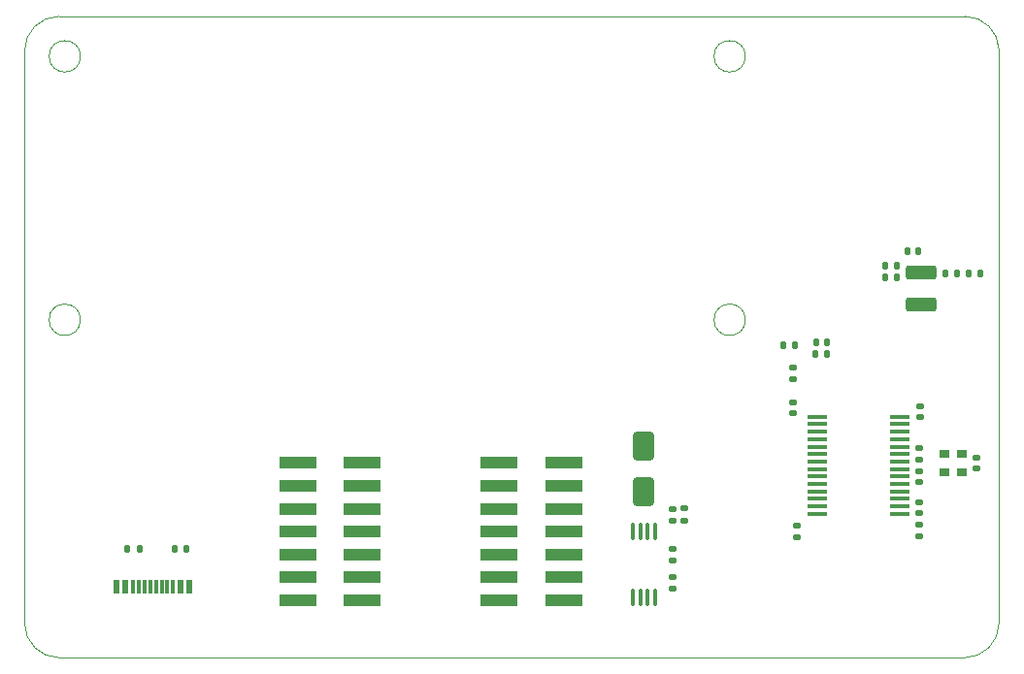
<source format=gbr>
G04 #@! TF.GenerationSoftware,KiCad,Pcbnew,8.0.3*
G04 #@! TF.CreationDate,2024-07-26T16:49:24+02:00*
G04 #@! TF.ProjectId,ice4pi,69636534-7069-42e6-9b69-6361645f7063,rev?*
G04 #@! TF.SameCoordinates,PX2faf080PY2ebae40*
G04 #@! TF.FileFunction,Paste,Top*
G04 #@! TF.FilePolarity,Positive*
%FSLAX46Y46*%
G04 Gerber Fmt 4.6, Leading zero omitted, Abs format (unit mm)*
G04 Created by KiCad (PCBNEW 8.0.3) date 2024-07-26 16:49:24*
%MOMM*%
%LPD*%
G01*
G04 APERTURE LIST*
G04 Aperture macros list*
%AMRoundRect*
0 Rectangle with rounded corners*
0 $1 Rounding radius*
0 $2 $3 $4 $5 $6 $7 $8 $9 X,Y pos of 4 corners*
0 Add a 4 corners polygon primitive as box body*
4,1,4,$2,$3,$4,$5,$6,$7,$8,$9,$2,$3,0*
0 Add four circle primitives for the rounded corners*
1,1,$1+$1,$2,$3*
1,1,$1+$1,$4,$5*
1,1,$1+$1,$6,$7*
1,1,$1+$1,$8,$9*
0 Add four rect primitives between the rounded corners*
20,1,$1+$1,$2,$3,$4,$5,0*
20,1,$1+$1,$4,$5,$6,$7,0*
20,1,$1+$1,$6,$7,$8,$9,0*
20,1,$1+$1,$8,$9,$2,$3,0*%
G04 Aperture macros list end*
%ADD10RoundRect,0.135000X0.135000X0.185000X-0.135000X0.185000X-0.135000X-0.185000X0.135000X-0.185000X0*%
%ADD11RoundRect,0.140000X0.170000X-0.140000X0.170000X0.140000X-0.170000X0.140000X-0.170000X-0.140000X0*%
%ADD12RoundRect,0.100000X-0.100000X0.637500X-0.100000X-0.637500X0.100000X-0.637500X0.100000X0.637500X0*%
%ADD13RoundRect,0.135000X0.185000X-0.135000X0.185000X0.135000X-0.185000X0.135000X-0.185000X-0.135000X0*%
%ADD14RoundRect,0.135000X-0.185000X0.135000X-0.185000X-0.135000X0.185000X-0.135000X0.185000X0.135000X0*%
%ADD15RoundRect,0.250000X-0.650000X1.000000X-0.650000X-1.000000X0.650000X-1.000000X0.650000X1.000000X0*%
%ADD16R,0.850000X0.650000*%
%ADD17RoundRect,0.135000X-0.135000X-0.185000X0.135000X-0.185000X0.135000X0.185000X-0.135000X0.185000X0*%
%ADD18R,0.600000X1.150000*%
%ADD19R,0.300000X1.150000*%
%ADD20RoundRect,0.140000X0.140000X0.170000X-0.140000X0.170000X-0.140000X-0.170000X0.140000X-0.170000X0*%
%ADD21RoundRect,0.140000X-0.170000X0.140000X-0.170000X-0.140000X0.170000X-0.140000X0.170000X0.140000X0*%
%ADD22R,1.750000X0.450000*%
%ADD23RoundRect,0.140000X-0.140000X-0.170000X0.140000X-0.170000X0.140000X0.170000X-0.140000X0.170000X0*%
%ADD24R,3.200000X1.000000*%
%ADD25RoundRect,0.250000X1.075000X-0.375000X1.075000X0.375000X-1.075000X0.375000X-1.075000X-0.375000X0*%
G04 #@! TA.AperFunction,Profile*
%ADD26C,0.050000*%
G04 #@! TD*
G04 APERTURE END LIST*
D10*
X10000000Y-46500000D03*
X8980000Y-46500000D03*
D11*
X56500000Y-49960000D03*
X56500000Y-49000000D03*
D12*
X55000000Y-45000000D03*
X54350000Y-45000000D03*
X53700000Y-45000000D03*
X53050000Y-45000000D03*
X53050000Y-50725000D03*
X53700000Y-50725000D03*
X54350000Y-50725000D03*
X55000000Y-50725000D03*
D13*
X57500000Y-44010000D03*
X57500000Y-42990000D03*
X56500000Y-44020000D03*
X56500000Y-43000000D03*
D14*
X56500000Y-46490000D03*
X56500000Y-47510000D03*
D15*
X54000000Y-41500000D03*
X54000000Y-37500000D03*
D16*
X81775000Y-39825000D03*
X81775000Y-38175000D03*
X80225000Y-38175000D03*
X80225000Y-39825000D03*
D11*
X78000000Y-40680000D03*
X78000000Y-39720000D03*
D17*
X80290732Y-22491962D03*
X81310732Y-22491962D03*
X13090000Y-46500000D03*
X14110000Y-46500000D03*
X82339536Y-22499999D03*
X83359536Y-22499999D03*
D18*
X8000000Y-49820000D03*
X8800000Y-49820000D03*
D19*
X9950000Y-49820000D03*
X10950000Y-49820000D03*
X11450000Y-49820000D03*
X12450000Y-49820000D03*
D18*
X13600000Y-49820000D03*
X14400000Y-49820000D03*
X14400000Y-49820000D03*
X13600000Y-49820000D03*
D19*
X12950000Y-49820000D03*
X11950000Y-49820000D03*
X10450000Y-49820000D03*
X9450000Y-49820000D03*
D18*
X8800000Y-49820000D03*
X8000000Y-49820000D03*
D10*
X76110000Y-22800000D03*
X75090000Y-22800000D03*
D20*
X77980000Y-20500000D03*
X77020000Y-20500000D03*
D21*
X78000000Y-44420000D03*
X78000000Y-45380000D03*
D14*
X67000000Y-30680000D03*
X67000000Y-31700000D03*
D10*
X76110000Y-21800000D03*
X75090000Y-21800000D03*
D11*
X78000000Y-43380000D03*
X78000000Y-42420000D03*
X78100000Y-34980000D03*
X78100000Y-34020000D03*
D14*
X67400000Y-44490000D03*
X67400000Y-45510000D03*
D22*
X69100000Y-34975000D03*
X69100000Y-35625000D03*
X69100000Y-36275000D03*
X69100000Y-36925000D03*
X69100000Y-37575000D03*
X69100000Y-38225000D03*
X69100000Y-38875000D03*
X69100000Y-39525000D03*
X69100000Y-40175000D03*
X69100000Y-40825000D03*
X69100000Y-41475000D03*
X69100000Y-42125000D03*
X69100000Y-42775000D03*
X69100000Y-43425000D03*
X76300000Y-43425000D03*
X76300000Y-42775000D03*
X76300000Y-42125000D03*
X76300000Y-41475000D03*
X76300000Y-40825000D03*
X76300000Y-40175000D03*
X76300000Y-39525000D03*
X76300000Y-38875000D03*
X76300000Y-38225000D03*
X76300000Y-37575000D03*
X76300000Y-36925000D03*
X76300000Y-36275000D03*
X76300000Y-35625000D03*
X76300000Y-34975000D03*
D11*
X83000000Y-39480000D03*
X83000000Y-38520000D03*
D23*
X69020000Y-28500000D03*
X69980000Y-28500000D03*
D21*
X78000000Y-37720000D03*
X78000000Y-38680000D03*
D17*
X66190000Y-28700000D03*
X67210000Y-28700000D03*
D24*
X47000000Y-49000000D03*
X47000000Y-47000000D03*
X47000000Y-45000000D03*
X47000000Y-43000000D03*
X47000000Y-41000000D03*
X47000000Y-39000000D03*
X41400000Y-49000000D03*
X41400000Y-47000000D03*
X41400000Y-45000000D03*
X41400000Y-43000000D03*
X41400000Y-41000000D03*
X41400000Y-39000000D03*
X29400000Y-49000000D03*
X29400000Y-47000000D03*
X29400000Y-45000000D03*
X29400000Y-43000000D03*
X29400000Y-41000000D03*
X29400000Y-39000000D03*
X23800000Y-49000000D03*
X23800000Y-47000000D03*
X23800000Y-45000000D03*
X23800000Y-43000000D03*
X23800000Y-41000000D03*
X23800000Y-39000000D03*
X47000000Y-51000000D03*
X41400000Y-51000000D03*
X29400000Y-51000000D03*
X23800000Y-51000000D03*
D10*
X70010000Y-29500000D03*
X68990000Y-29500000D03*
D11*
X67000000Y-34680000D03*
X67000000Y-33720000D03*
D25*
X78221383Y-25207111D03*
X78221383Y-22407111D03*
D26*
X62870328Y-26500000D02*
G75*
G02*
X60129672Y-26500000I-1370328J0D01*
G01*
X60129672Y-26500000D02*
G75*
G02*
X62870328Y-26500000I1370328J0D01*
G01*
X82000000Y0D02*
G75*
G02*
X85000000Y-3000000I0J-3000000D01*
G01*
X85000000Y-53000000D02*
G75*
G02*
X82000000Y-56000000I-3000000J0D01*
G01*
X3000000Y-56000000D02*
G75*
G02*
X0Y-53000000I0J3000000D01*
G01*
X0Y-3000000D02*
G75*
G02*
X3000000Y0I3000000J0D01*
G01*
X0Y-53000000D02*
X0Y-3000000D01*
X82000000Y-56000000D02*
X3000000Y-56000000D01*
X85000000Y-3000000D02*
X85000000Y-53000000D01*
X3000000Y0D02*
X82000000Y0D01*
X62870328Y-3500000D02*
G75*
G02*
X60129672Y-3500000I-1370328J0D01*
G01*
X60129672Y-3500000D02*
G75*
G02*
X62870328Y-3500000I1370328J0D01*
G01*
X4870328Y-26500000D02*
G75*
G02*
X2129672Y-26500000I-1370328J0D01*
G01*
X2129672Y-26500000D02*
G75*
G02*
X4870328Y-26500000I1370328J0D01*
G01*
X4870328Y-3500000D02*
G75*
G02*
X2129672Y-3500000I-1370328J0D01*
G01*
X2129672Y-3500000D02*
G75*
G02*
X4870328Y-3500000I1370328J0D01*
G01*
M02*

</source>
